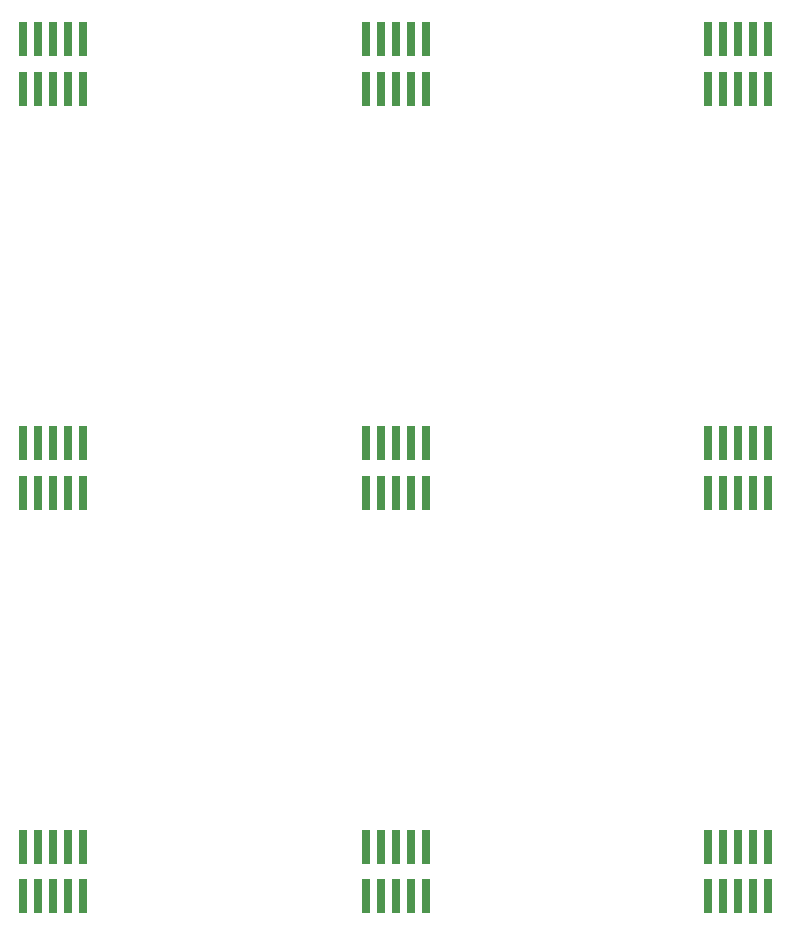
<source format=gtp>
G04 #@! TF.GenerationSoftware,KiCad,Pcbnew,(5.0.1)-4*
G04 #@! TF.CreationDate,2019-01-31T17:22:40-08:00*
G04 #@! TF.ProjectId,programing_adapter,70726F6772616D696E675F6164617074,rev?*
G04 #@! TF.SameCoordinates,Original*
G04 #@! TF.FileFunction,Paste,Top*
G04 #@! TF.FilePolarity,Positive*
%FSLAX46Y46*%
G04 Gerber Fmt 4.6, Leading zero omitted, Abs format (unit mm)*
G04 Created by KiCad (PCBNEW (5.0.1)-4) date 1/31/2019 5:22:40 PM*
%MOMM*%
%LPD*%
G01*
G04 APERTURE LIST*
%ADD10R,0.762000X2.921000*%
G04 APERTURE END LIST*
D10*
G04 #@! TO.C,J1*
X187680000Y-150945500D03*
X188950000Y-150945500D03*
X186410000Y-150945500D03*
X185140000Y-150945500D03*
X183870000Y-150945500D03*
X188950000Y-146754500D03*
X187680000Y-146754500D03*
X186410000Y-146754500D03*
X185140000Y-146754500D03*
X183870000Y-146754500D03*
G04 #@! TD*
G04 #@! TO.C,J1*
X158680000Y-150945500D03*
X159950000Y-150945500D03*
X157410000Y-150945500D03*
X156140000Y-150945500D03*
X154870000Y-150945500D03*
X159950000Y-146754500D03*
X158680000Y-146754500D03*
X157410000Y-146754500D03*
X156140000Y-146754500D03*
X154870000Y-146754500D03*
G04 #@! TD*
G04 #@! TO.C,J1*
X129680000Y-150945500D03*
X130950000Y-150945500D03*
X128410000Y-150945500D03*
X127140000Y-150945500D03*
X125870000Y-150945500D03*
X130950000Y-146754500D03*
X129680000Y-146754500D03*
X128410000Y-146754500D03*
X127140000Y-146754500D03*
X125870000Y-146754500D03*
G04 #@! TD*
G04 #@! TO.C,J1*
X187680000Y-116745500D03*
X188950000Y-116745500D03*
X186410000Y-116745500D03*
X185140000Y-116745500D03*
X183870000Y-116745500D03*
X188950000Y-112554500D03*
X187680000Y-112554500D03*
X186410000Y-112554500D03*
X185140000Y-112554500D03*
X183870000Y-112554500D03*
G04 #@! TD*
G04 #@! TO.C,J1*
X158680000Y-116745500D03*
X159950000Y-116745500D03*
X157410000Y-116745500D03*
X156140000Y-116745500D03*
X154870000Y-116745500D03*
X159950000Y-112554500D03*
X158680000Y-112554500D03*
X157410000Y-112554500D03*
X156140000Y-112554500D03*
X154870000Y-112554500D03*
G04 #@! TD*
G04 #@! TO.C,J1*
X129680000Y-116745500D03*
X130950000Y-116745500D03*
X128410000Y-116745500D03*
X127140000Y-116745500D03*
X125870000Y-116745500D03*
X130950000Y-112554500D03*
X129680000Y-112554500D03*
X128410000Y-112554500D03*
X127140000Y-112554500D03*
X125870000Y-112554500D03*
G04 #@! TD*
G04 #@! TO.C,J1*
X187680000Y-82545500D03*
X188950000Y-82545500D03*
X186410000Y-82545500D03*
X185140000Y-82545500D03*
X183870000Y-82545500D03*
X188950000Y-78354500D03*
X187680000Y-78354500D03*
X186410000Y-78354500D03*
X185140000Y-78354500D03*
X183870000Y-78354500D03*
G04 #@! TD*
G04 #@! TO.C,J1*
X158680000Y-82545500D03*
X159950000Y-82545500D03*
X157410000Y-82545500D03*
X156140000Y-82545500D03*
X154870000Y-82545500D03*
X159950000Y-78354500D03*
X158680000Y-78354500D03*
X157410000Y-78354500D03*
X156140000Y-78354500D03*
X154870000Y-78354500D03*
G04 #@! TD*
G04 #@! TO.C,J1*
X125870000Y-78354500D03*
X127140000Y-78354500D03*
X128410000Y-78354500D03*
X129680000Y-78354500D03*
X130950000Y-78354500D03*
X125870000Y-82545500D03*
X127140000Y-82545500D03*
X128410000Y-82545500D03*
X130950000Y-82545500D03*
X129680000Y-82545500D03*
G04 #@! TD*
M02*

</source>
